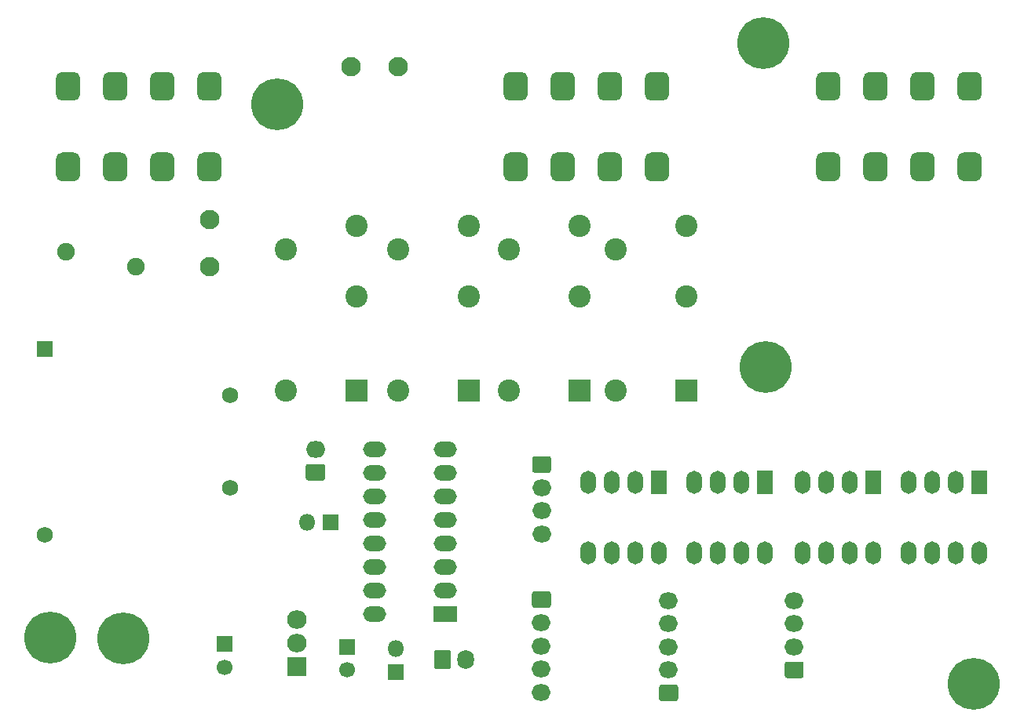
<source format=gbr>
G04 #@! TF.GenerationSoftware,KiCad,Pcbnew,(5.1.6)-1*
G04 #@! TF.CreationDate,2021-10-26T14:42:57+02:00*
G04 #@! TF.ProjectId,hamodule,68616d6f-6475-46c6-952e-6b696361645f,rev?*
G04 #@! TF.SameCoordinates,Original*
G04 #@! TF.FileFunction,Soldermask,Bot*
G04 #@! TF.FilePolarity,Negative*
%FSLAX46Y46*%
G04 Gerber Fmt 4.6, Leading zero omitted, Abs format (unit mm)*
G04 Created by KiCad (PCBNEW (5.1.6)-1) date 2021-10-26 14:42:57*
%MOMM*%
%LPD*%
G01*
G04 APERTURE LIST*
%ADD10R,2.500000X1.700000*%
%ADD11O,2.500000X1.700000*%
%ADD12C,2.100000*%
%ADD13O,1.800000X1.800000*%
%ADD14R,1.800000X1.800000*%
%ADD15O,1.800000X2.100000*%
%ADD16C,5.600000*%
%ADD17C,1.700000*%
%ADD18R,1.700000X1.700000*%
%ADD19C,1.900000*%
%ADD20R,2.400000X2.400000*%
%ADD21C,2.400000*%
%ADD22O,2.050000X1.800000*%
%ADD23R,1.700000X2.500000*%
%ADD24O,1.700000X2.500000*%
%ADD25O,2.100000X2.005000*%
%ADD26R,2.100000X2.005000*%
%ADD27O,2.100000X1.800000*%
%ADD28C,1.750000*%
%ADD29R,1.750000X1.750000*%
G04 APERTURE END LIST*
D10*
X147256500Y-132143500D03*
D11*
X139636500Y-114363500D03*
X147256500Y-129603500D03*
X139636500Y-116903500D03*
X147256500Y-127063500D03*
X139636500Y-119443500D03*
X147256500Y-124523500D03*
X139636500Y-121983500D03*
X147256500Y-121983500D03*
X139636500Y-124523500D03*
X147256500Y-119443500D03*
X139636500Y-127063500D03*
X147256500Y-116903500D03*
X139636500Y-129603500D03*
X147256500Y-114363500D03*
X139636500Y-132143500D03*
D12*
X142176500Y-73088500D03*
X137096500Y-73088500D03*
D13*
X141973300Y-135928100D03*
D14*
X141973300Y-138468100D03*
D15*
X149491700Y-137071100D03*
G36*
G01*
X146091700Y-137856394D02*
X146091700Y-136285806D01*
G75*
G02*
X146356406Y-136021100I264706J0D01*
G01*
X147626994Y-136021100D01*
G75*
G02*
X147891700Y-136285806I0J-264706D01*
G01*
X147891700Y-137856394D01*
G75*
G02*
X147626994Y-138121100I-264706J0D01*
G01*
X146356406Y-138121100D01*
G75*
G02*
X146091700Y-137856394I0J264706D01*
G01*
G37*
G36*
G01*
X203177500Y-82321500D02*
X204477500Y-82321500D01*
G75*
G02*
X205127500Y-82971500I0J-650000D01*
G01*
X205127500Y-84771500D01*
G75*
G02*
X204477500Y-85421500I-650000J0D01*
G01*
X203177500Y-85421500D01*
G75*
G02*
X202527500Y-84771500I0J650000D01*
G01*
X202527500Y-82971500D01*
G75*
G02*
X203177500Y-82321500I650000J0D01*
G01*
G37*
G36*
G01*
X203177500Y-73621500D02*
X204477500Y-73621500D01*
G75*
G02*
X205127500Y-74271500I0J-650000D01*
G01*
X205127500Y-76071500D01*
G75*
G02*
X204477500Y-76721500I-650000J0D01*
G01*
X203177500Y-76721500D01*
G75*
G02*
X202527500Y-76071500I0J650000D01*
G01*
X202527500Y-74271500D01*
G75*
G02*
X203177500Y-73621500I650000J0D01*
G01*
G37*
G36*
G01*
X198097500Y-82321500D02*
X199397500Y-82321500D01*
G75*
G02*
X200047500Y-82971500I0J-650000D01*
G01*
X200047500Y-84771500D01*
G75*
G02*
X199397500Y-85421500I-650000J0D01*
G01*
X198097500Y-85421500D01*
G75*
G02*
X197447500Y-84771500I0J650000D01*
G01*
X197447500Y-82971500D01*
G75*
G02*
X198097500Y-82321500I650000J0D01*
G01*
G37*
G36*
G01*
X198097500Y-73621500D02*
X199397500Y-73621500D01*
G75*
G02*
X200047500Y-74271500I0J-650000D01*
G01*
X200047500Y-76071500D01*
G75*
G02*
X199397500Y-76721500I-650000J0D01*
G01*
X198097500Y-76721500D01*
G75*
G02*
X197447500Y-76071500I0J650000D01*
G01*
X197447500Y-74271500D01*
G75*
G02*
X198097500Y-73621500I650000J0D01*
G01*
G37*
G36*
G01*
X193017500Y-82321500D02*
X194317500Y-82321500D01*
G75*
G02*
X194967500Y-82971500I0J-650000D01*
G01*
X194967500Y-84771500D01*
G75*
G02*
X194317500Y-85421500I-650000J0D01*
G01*
X193017500Y-85421500D01*
G75*
G02*
X192367500Y-84771500I0J650000D01*
G01*
X192367500Y-82971500D01*
G75*
G02*
X193017500Y-82321500I650000J0D01*
G01*
G37*
G36*
G01*
X193017500Y-73621500D02*
X194317500Y-73621500D01*
G75*
G02*
X194967500Y-74271500I0J-650000D01*
G01*
X194967500Y-76071500D01*
G75*
G02*
X194317500Y-76721500I-650000J0D01*
G01*
X193017500Y-76721500D01*
G75*
G02*
X192367500Y-76071500I0J650000D01*
G01*
X192367500Y-74271500D01*
G75*
G02*
X193017500Y-73621500I650000J0D01*
G01*
G37*
G36*
G01*
X187937500Y-82321500D02*
X189237500Y-82321500D01*
G75*
G02*
X189887500Y-82971500I0J-650000D01*
G01*
X189887500Y-84771500D01*
G75*
G02*
X189237500Y-85421500I-650000J0D01*
G01*
X187937500Y-85421500D01*
G75*
G02*
X187287500Y-84771500I0J650000D01*
G01*
X187287500Y-82971500D01*
G75*
G02*
X187937500Y-82321500I650000J0D01*
G01*
G37*
G36*
G01*
X187937500Y-73621500D02*
X189237500Y-73621500D01*
G75*
G02*
X189887500Y-74271500I0J-650000D01*
G01*
X189887500Y-76071500D01*
G75*
G02*
X189237500Y-76721500I-650000J0D01*
G01*
X187937500Y-76721500D01*
G75*
G02*
X187287500Y-76071500I0J650000D01*
G01*
X187287500Y-74271500D01*
G75*
G02*
X187937500Y-73621500I650000J0D01*
G01*
G37*
G36*
G01*
X121206500Y-82333500D02*
X122506500Y-82333500D01*
G75*
G02*
X123156500Y-82983500I0J-650000D01*
G01*
X123156500Y-84783500D01*
G75*
G02*
X122506500Y-85433500I-650000J0D01*
G01*
X121206500Y-85433500D01*
G75*
G02*
X120556500Y-84783500I0J650000D01*
G01*
X120556500Y-82983500D01*
G75*
G02*
X121206500Y-82333500I650000J0D01*
G01*
G37*
G36*
G01*
X121206500Y-73633500D02*
X122506500Y-73633500D01*
G75*
G02*
X123156500Y-74283500I0J-650000D01*
G01*
X123156500Y-76083500D01*
G75*
G02*
X122506500Y-76733500I-650000J0D01*
G01*
X121206500Y-76733500D01*
G75*
G02*
X120556500Y-76083500I0J650000D01*
G01*
X120556500Y-74283500D01*
G75*
G02*
X121206500Y-73633500I650000J0D01*
G01*
G37*
G36*
G01*
X116126500Y-82333500D02*
X117426500Y-82333500D01*
G75*
G02*
X118076500Y-82983500I0J-650000D01*
G01*
X118076500Y-84783500D01*
G75*
G02*
X117426500Y-85433500I-650000J0D01*
G01*
X116126500Y-85433500D01*
G75*
G02*
X115476500Y-84783500I0J650000D01*
G01*
X115476500Y-82983500D01*
G75*
G02*
X116126500Y-82333500I650000J0D01*
G01*
G37*
G36*
G01*
X116126500Y-73633500D02*
X117426500Y-73633500D01*
G75*
G02*
X118076500Y-74283500I0J-650000D01*
G01*
X118076500Y-76083500D01*
G75*
G02*
X117426500Y-76733500I-650000J0D01*
G01*
X116126500Y-76733500D01*
G75*
G02*
X115476500Y-76083500I0J650000D01*
G01*
X115476500Y-74283500D01*
G75*
G02*
X116126500Y-73633500I650000J0D01*
G01*
G37*
G36*
G01*
X111046500Y-82333500D02*
X112346500Y-82333500D01*
G75*
G02*
X112996500Y-82983500I0J-650000D01*
G01*
X112996500Y-84783500D01*
G75*
G02*
X112346500Y-85433500I-650000J0D01*
G01*
X111046500Y-85433500D01*
G75*
G02*
X110396500Y-84783500I0J650000D01*
G01*
X110396500Y-82983500D01*
G75*
G02*
X111046500Y-82333500I650000J0D01*
G01*
G37*
G36*
G01*
X111046500Y-73633500D02*
X112346500Y-73633500D01*
G75*
G02*
X112996500Y-74283500I0J-650000D01*
G01*
X112996500Y-76083500D01*
G75*
G02*
X112346500Y-76733500I-650000J0D01*
G01*
X111046500Y-76733500D01*
G75*
G02*
X110396500Y-76083500I0J650000D01*
G01*
X110396500Y-74283500D01*
G75*
G02*
X111046500Y-73633500I650000J0D01*
G01*
G37*
G36*
G01*
X105966500Y-82333500D02*
X107266500Y-82333500D01*
G75*
G02*
X107916500Y-82983500I0J-650000D01*
G01*
X107916500Y-84783500D01*
G75*
G02*
X107266500Y-85433500I-650000J0D01*
G01*
X105966500Y-85433500D01*
G75*
G02*
X105316500Y-84783500I0J650000D01*
G01*
X105316500Y-82983500D01*
G75*
G02*
X105966500Y-82333500I650000J0D01*
G01*
G37*
G36*
G01*
X105966500Y-73633500D02*
X107266500Y-73633500D01*
G75*
G02*
X107916500Y-74283500I0J-650000D01*
G01*
X107916500Y-76083500D01*
G75*
G02*
X107266500Y-76733500I-650000J0D01*
G01*
X105966500Y-76733500D01*
G75*
G02*
X105316500Y-76083500I0J650000D01*
G01*
X105316500Y-74283500D01*
G75*
G02*
X105966500Y-73633500I650000J0D01*
G01*
G37*
G36*
G01*
X169466500Y-82333500D02*
X170766500Y-82333500D01*
G75*
G02*
X171416500Y-82983500I0J-650000D01*
G01*
X171416500Y-84783500D01*
G75*
G02*
X170766500Y-85433500I-650000J0D01*
G01*
X169466500Y-85433500D01*
G75*
G02*
X168816500Y-84783500I0J650000D01*
G01*
X168816500Y-82983500D01*
G75*
G02*
X169466500Y-82333500I650000J0D01*
G01*
G37*
G36*
G01*
X169466500Y-73633500D02*
X170766500Y-73633500D01*
G75*
G02*
X171416500Y-74283500I0J-650000D01*
G01*
X171416500Y-76083500D01*
G75*
G02*
X170766500Y-76733500I-650000J0D01*
G01*
X169466500Y-76733500D01*
G75*
G02*
X168816500Y-76083500I0J650000D01*
G01*
X168816500Y-74283500D01*
G75*
G02*
X169466500Y-73633500I650000J0D01*
G01*
G37*
G36*
G01*
X164386500Y-82333500D02*
X165686500Y-82333500D01*
G75*
G02*
X166336500Y-82983500I0J-650000D01*
G01*
X166336500Y-84783500D01*
G75*
G02*
X165686500Y-85433500I-650000J0D01*
G01*
X164386500Y-85433500D01*
G75*
G02*
X163736500Y-84783500I0J650000D01*
G01*
X163736500Y-82983500D01*
G75*
G02*
X164386500Y-82333500I650000J0D01*
G01*
G37*
G36*
G01*
X164386500Y-73633500D02*
X165686500Y-73633500D01*
G75*
G02*
X166336500Y-74283500I0J-650000D01*
G01*
X166336500Y-76083500D01*
G75*
G02*
X165686500Y-76733500I-650000J0D01*
G01*
X164386500Y-76733500D01*
G75*
G02*
X163736500Y-76083500I0J650000D01*
G01*
X163736500Y-74283500D01*
G75*
G02*
X164386500Y-73633500I650000J0D01*
G01*
G37*
G36*
G01*
X159306500Y-82333500D02*
X160606500Y-82333500D01*
G75*
G02*
X161256500Y-82983500I0J-650000D01*
G01*
X161256500Y-84783500D01*
G75*
G02*
X160606500Y-85433500I-650000J0D01*
G01*
X159306500Y-85433500D01*
G75*
G02*
X158656500Y-84783500I0J650000D01*
G01*
X158656500Y-82983500D01*
G75*
G02*
X159306500Y-82333500I650000J0D01*
G01*
G37*
G36*
G01*
X159306500Y-73633500D02*
X160606500Y-73633500D01*
G75*
G02*
X161256500Y-74283500I0J-650000D01*
G01*
X161256500Y-76083500D01*
G75*
G02*
X160606500Y-76733500I-650000J0D01*
G01*
X159306500Y-76733500D01*
G75*
G02*
X158656500Y-76083500I0J650000D01*
G01*
X158656500Y-74283500D01*
G75*
G02*
X159306500Y-73633500I650000J0D01*
G01*
G37*
G36*
G01*
X154226500Y-82333500D02*
X155526500Y-82333500D01*
G75*
G02*
X156176500Y-82983500I0J-650000D01*
G01*
X156176500Y-84783500D01*
G75*
G02*
X155526500Y-85433500I-650000J0D01*
G01*
X154226500Y-85433500D01*
G75*
G02*
X153576500Y-84783500I0J650000D01*
G01*
X153576500Y-82983500D01*
G75*
G02*
X154226500Y-82333500I650000J0D01*
G01*
G37*
G36*
G01*
X154226500Y-73633500D02*
X155526500Y-73633500D01*
G75*
G02*
X156176500Y-74283500I0J-650000D01*
G01*
X156176500Y-76083500D01*
G75*
G02*
X155526500Y-76733500I-650000J0D01*
G01*
X154226500Y-76733500D01*
G75*
G02*
X153576500Y-76083500I0J650000D01*
G01*
X153576500Y-74283500D01*
G75*
G02*
X154226500Y-73633500I650000J0D01*
G01*
G37*
D13*
X132372100Y-122214640D03*
D14*
X134912100Y-122214640D03*
D16*
X181800500Y-105473500D03*
D17*
X136690100Y-138188700D03*
D18*
X136690100Y-135688700D03*
D17*
X123507500Y-137920100D03*
D18*
X123507500Y-135420100D03*
D19*
X113916500Y-94673500D03*
X106416500Y-93040170D03*
D16*
X129171700Y-77152500D03*
D20*
X161734500Y-108013500D03*
D21*
X161734500Y-97853500D03*
X161734500Y-90233500D03*
X154114500Y-92773500D03*
X154114500Y-108013500D03*
D22*
X157670500Y-123514500D03*
X157670500Y-121014500D03*
X157670500Y-118514500D03*
G36*
G01*
X156910206Y-115114500D02*
X158430794Y-115114500D01*
G75*
G02*
X158695500Y-115379206I0J-264706D01*
G01*
X158695500Y-116649794D01*
G75*
G02*
X158430794Y-116914500I-264706J0D01*
G01*
X156910206Y-116914500D01*
G75*
G02*
X156645500Y-116649794I0J264706D01*
G01*
X156645500Y-115379206D01*
G75*
G02*
X156910206Y-115114500I264706J0D01*
G01*
G37*
X171372500Y-130683500D03*
X171372500Y-133183500D03*
X171372500Y-135683500D03*
X171372500Y-138183500D03*
G36*
G01*
X172132794Y-141583500D02*
X170612206Y-141583500D01*
G75*
G02*
X170347500Y-141318794I0J264706D01*
G01*
X170347500Y-140048206D01*
G75*
G02*
X170612206Y-139783500I264706J0D01*
G01*
X172132794Y-139783500D01*
G75*
G02*
X172397500Y-140048206I0J-264706D01*
G01*
X172397500Y-141318794D01*
G75*
G02*
X172132794Y-141583500I-264706J0D01*
G01*
G37*
D23*
X181786500Y-117903500D03*
D24*
X174166500Y-125523500D03*
X179246500Y-117903500D03*
X176706500Y-125523500D03*
X176706500Y-117903500D03*
X179246500Y-125523500D03*
X174166500Y-117903500D03*
X181786500Y-125523500D03*
D23*
X204900500Y-117903500D03*
D24*
X197280500Y-125523500D03*
X202360500Y-117903500D03*
X199820500Y-125523500D03*
X199820500Y-117903500D03*
X202360500Y-125523500D03*
X197280500Y-117903500D03*
X204900500Y-125523500D03*
D23*
X193470500Y-117903500D03*
D24*
X185850500Y-125523500D03*
X190930500Y-117903500D03*
X188390500Y-125523500D03*
X188390500Y-117903500D03*
X190930500Y-125523500D03*
X185850500Y-117903500D03*
X193470500Y-125523500D03*
D23*
X170356500Y-117903500D03*
D24*
X162736500Y-125523500D03*
X167816500Y-117903500D03*
X165276500Y-125523500D03*
X165276500Y-117903500D03*
X167816500Y-125523500D03*
X162736500Y-117903500D03*
X170356500Y-125523500D03*
D25*
X131279900Y-132778500D03*
X131279900Y-135318500D03*
D26*
X131279900Y-137858500D03*
D22*
X157656500Y-140603500D03*
X157656500Y-138103500D03*
X157656500Y-135603500D03*
X157656500Y-133103500D03*
G36*
G01*
X156896206Y-129703500D02*
X158416794Y-129703500D01*
G75*
G02*
X158681500Y-129968206I0J-264706D01*
G01*
X158681500Y-131238794D01*
G75*
G02*
X158416794Y-131503500I-264706J0D01*
G01*
X156896206Y-131503500D01*
G75*
G02*
X156631500Y-131238794I0J264706D01*
G01*
X156631500Y-129968206D01*
G75*
G02*
X156896206Y-129703500I264706J0D01*
G01*
G37*
X184912000Y-130683000D03*
X184912000Y-133183000D03*
X184912000Y-135683000D03*
G36*
G01*
X185672294Y-139083000D02*
X184151706Y-139083000D01*
G75*
G02*
X183887000Y-138818294I0J264706D01*
G01*
X183887000Y-137547706D01*
G75*
G02*
X184151706Y-137283000I264706J0D01*
G01*
X185672294Y-137283000D01*
G75*
G02*
X185937000Y-137547706I0J-264706D01*
G01*
X185937000Y-138818294D01*
G75*
G02*
X185672294Y-139083000I-264706J0D01*
G01*
G37*
D27*
X133299200Y-114355880D03*
G36*
G01*
X134084494Y-117755880D02*
X132513906Y-117755880D01*
G75*
G02*
X132249200Y-117491174I0J264706D01*
G01*
X132249200Y-116220586D01*
G75*
G02*
X132513906Y-115955880I264706J0D01*
G01*
X134084494Y-115955880D01*
G75*
G02*
X134349200Y-116220586I0J-264706D01*
G01*
X134349200Y-117491174D01*
G75*
G02*
X134084494Y-117755880I-264706J0D01*
G01*
G37*
D28*
X124076500Y-108568500D03*
X124076500Y-118568500D03*
X104076500Y-123568500D03*
D29*
X104076500Y-103568500D03*
D16*
X204304900Y-139661900D03*
X104711500Y-134683500D03*
X112585500Y-134810500D03*
X181546500Y-70548500D03*
D12*
X121856500Y-94678500D03*
X121856500Y-89598500D03*
D20*
X137731500Y-108013500D03*
D21*
X137731500Y-97853500D03*
X137731500Y-90233500D03*
X130111500Y-92773500D03*
X130111500Y-108013500D03*
D20*
X149796500Y-108013500D03*
D21*
X149796500Y-97853500D03*
X149796500Y-90233500D03*
X142176500Y-92773500D03*
X142176500Y-108013500D03*
D20*
X173291500Y-108013500D03*
D21*
X173291500Y-97853500D03*
X173291500Y-90233500D03*
X165671500Y-92773500D03*
X165671500Y-108013500D03*
M02*

</source>
